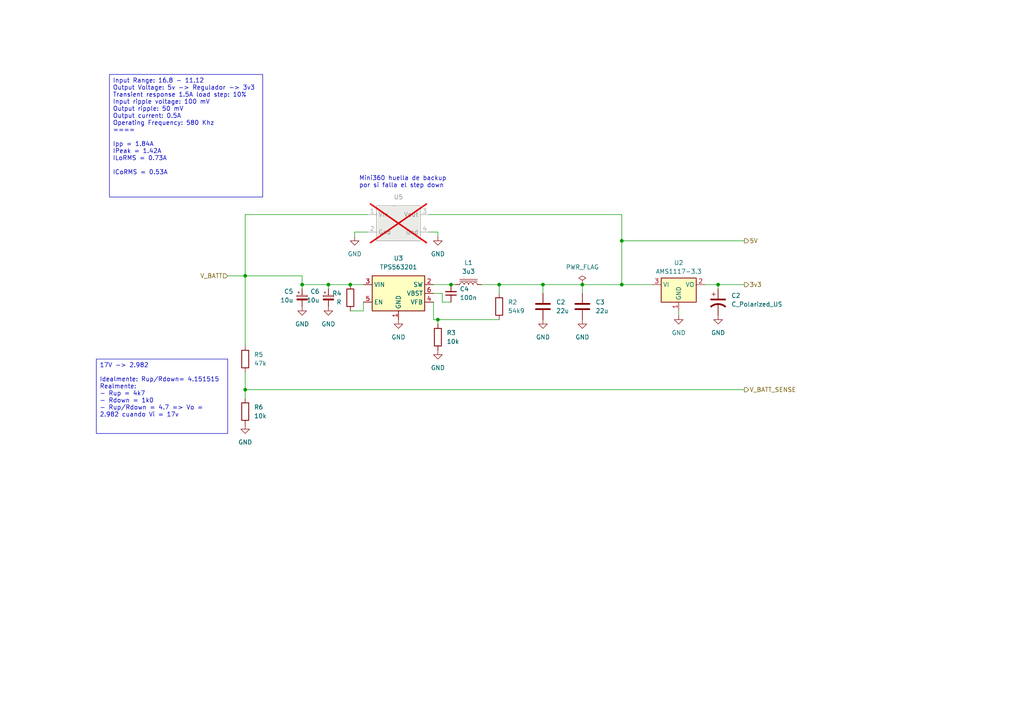
<source format=kicad_sch>
(kicad_sch (version 20230121) (generator eeschema)
  (paper "A4")
  (lib_symbols
    (symbol "Device:C" (pin_numbers hide) (pin_names (offset 0.254))
      (property "Reference" "C" (at 0.635 2.54 0))
      (property "Value" "C" (at 0.635 -2.54 0))
      (symbol "C_0_1"
        (polyline (pts (xy -2.032 -0.762) (xy 2.032 -0.762)) (stroke (width 0.508)))
        (polyline (pts (xy -2.032 0.762) (xy 2.032 0.762)) (stroke (width 0.508)))
      )
      (symbol "C_1_1"
        (pin passive line (at 0 3.81 270) (length 2.794) (name "~") (number "1"))
        (pin passive line (at 0 -3.81 90) (length 2.794) (name "~") (number "2"))
      )
    )
    (symbol "Device:C_Polarized_Small" (pin_numbers hide) (pin_names (offset 0.254) hide)
      (property "Reference" "C" (at 0.254 1.778 0))
      (property "Value" "C_Polarized_Small" (at 0.254 -2.032 0))
      (symbol "C_Polarized_Small_0_1"
        (rectangle (start -1.524 -0.3048) (end 1.524 -0.6858) (fill (type outline)))
        (rectangle (start -1.524 0.6858) (end 1.524 0.3048))
        (polyline (pts (xy -1.27 1.524) (xy -0.762 1.524)))
        (polyline (pts (xy -1.016 1.27) (xy -1.016 1.778)))
      )
      (symbol "C_Polarized_Small_1_1"
        (pin passive line (at 0 2.54 270) (length 1.8542) (name "~") (number "1"))
        (pin passive line (at 0 -2.54 90) (length 1.8542) (name "~") (number "2"))
      )
    )
    (symbol "Device:C_Polarized_US" (pin_numbers hide) (pin_names (offset 0.254) hide)
      (property "Reference" "C" (at 0.635 2.54 0))
      (property "Value" "C_Polarized_US" (at 0.635 -2.54 0))
      (symbol "C_Polarized_US_0_1"
        (polyline (pts (xy -2.032 0.762) (xy 2.032 0.762)) (stroke (width 0.508)))
        (polyline (pts (xy -1.778 2.286) (xy -0.762 2.286)))
        (polyline (pts (xy -1.27 1.778) (xy -1.27 2.794)))
        (arc (start 2.032 -1.27) (mid 0 -0.5572) (end -2.032 -1.27) (stroke (width 0.508)))
      )
      (symbol "C_Polarized_US_1_1"
        (pin passive line (at 0 3.81 270) (length 2.794) (name "~") (number "1"))
        (pin passive line (at 0 -3.81 90) (length 3.302) (name "~") (number "2"))
      )
    )
    (symbol "Device:C_Small" (pin_numbers hide) (pin_names (offset 0.254) hide)
      (property "Reference" "C" (at 0.254 1.778 0))
      (property "Value" "C_Small" (at 0.254 -2.032 0))
      (symbol "C_Small_0_1"
        (polyline (pts (xy -1.524 -0.508) (xy 1.524 -0.508)) (stroke (width 0.3302)))
        (polyline (pts (xy -1.524 0.508) (xy 1.524 0.508)) (stroke (width 0.3048)))
      )
      (symbol "C_Small_1_1"
        (pin passive line (at 0 2.54 270) (length 2.032) (name "~") (number "1"))
        (pin passive line (at 0 -2.54 90) (length 2.032) (name "~") (number "2"))
      )
    )
    (symbol "Device:L_Iron" (pin_numbers hide) (pin_names (offset 1.016) hide)
      (property "Reference" "L" (at -1.27 0 90))
      (property "Value" "L_Iron" (at 2.794 0 90))
      (symbol "L_Iron_0_1"
        (arc (start 0 -2.54) (mid 0.6323 -1.905) (end 0 -1.27))
        (arc (start 0 -1.27) (mid 0.6323 -0.635) (end 0 0))
        (polyline (pts (xy 1.016 2.54) (xy 1.016 -2.54)))
        (polyline (pts (xy 1.524 -2.54) (xy 1.524 2.54)))
        (arc (start 0 0) (mid 0.6323 0.635) (end 0 1.27))
        (arc (start 0 1.27) (mid 0.6323 1.905) (end 0 2.54))
      )
      (symbol "L_Iron_1_1"
        (pin passive line (at 0 3.81 270) (length 1.27) (name "1") (number "1"))
        (pin passive line (at 0 -3.81 90) (length 1.27) (name "2") (number "2"))
      )
    )
    (symbol "Device:R" (pin_numbers hide) (pin_names (offset 0))
      (property "Reference" "R" (at 2.032 0 90))
      (property "Value" "R" (at 0 0 90))
      (symbol "R_0_1"
        (rectangle (start -1.016 -2.54) (end 1.016 2.54) (stroke (width 0.254)))
      )
      (symbol "R_1_1"
        (pin passive line (at 0 3.81 270) (length 1.27) (name "~") (number "1"))
        (pin passive line (at 0 -3.81 90) (length 1.27) (name "~") (number "2"))
      )
    )
    (symbol "Regulator_Linear:AMS1117-3.3"
      (property "Reference" "U" (at -3.81 3.175 0))
      (property "Value" "AMS1117-3.3" (at 0 3.175 0))
      (symbol "AMS1117-3.3_0_1"
        (rectangle (start -5.08 -5.08) (end 5.08 1.905) (stroke (width 0.254)) (fill (type background)))
      )
      (symbol "AMS1117-3.3_1_1"
        (pin power_in line (at 0 -7.62 90) (length 2.54) (name "GND") (number "1"))
        (pin power_out line (at 7.62 0 180) (length 2.54) (name "VO") (number "2"))
        (pin power_in line (at -7.62 0 0) (length 2.54) (name "VI") (number "3"))
      )
    )
    (symbol "Regulator_Switching:TPS563200"
      (property "Reference" "U" (at -7.62 6.35 0))
      (property "Value" "TPS563200" (at -2.54 6.35 0))
      (symbol "TPS563200_0_1"
        (rectangle (start -7.62 5.08) (end 7.62 -5.08) (stroke (width 0.254)) (fill (type background)))
      )
      (symbol "TPS563200_1_1"
        (pin power_in line (at 0 -7.62 90) (length 2.54) (name "GND") (number "1"))
        (pin output line (at 10.16 2.54 180) (length 2.54) (name "SW") (number "2"))
        (pin power_in line (at -10.16 2.54 0) (length 2.54) (name "VIN") (number "3"))
        (pin input line (at 10.16 -2.54 180) (length 2.54) (name "VFB") (number "4"))
        (pin input line (at -10.16 -2.54 0) (length 2.54) (name "EN") (number "5"))
        (pin passive line (at 10.16 0 180) (length 2.54) (name "VBST") (number "6"))
      )
    )
    (symbol "gluonLibrary:Mini360"
      (property "Reference" "U" (at 0 6.35 0))
      (symbol "Mini360_1_1"
        (rectangle (start -6.35 5.08) (end 6.35 -5.08) (fill (type background)))
        (pin input line (at -8.89 2.54 0) (length 2.54) (name "Vin") (number "1"))
        (pin input line (at -8.89 -2.54 0) (length 2.54) (name "Gnd") (number "2"))
        (pin input line (at 8.89 2.54 180) (length 2.54) (name "Vout") (number "3"))
        (pin input line (at 8.89 -2.54 180) (length 2.54) (name "Gnd") (number "4"))
      )
    )
    (symbol "power:GND" (power) (pin_names (offset 0))
      (property "Value" "GND" (at 0 -3.81 0))
      (symbol "GND_0_1"
        (polyline (pts (xy 0 0) (xy 0 -1.27) (xy 1.27 -1.27) (xy 0 -2.54) (xy -1.27 -1.27) (xy 0 -1.27)))
      )
      (symbol "GND_1_1"
        (pin power_in line (at 0 0 270) (length 0) hide (name "GND") (number "1"))
      )
    )
    (symbol "power:PWR_FLAG" (power) (pin_numbers hide) (pin_names (offset 0) hide)
      (property "Value" "PWR_FLAG" (at 0 3.81 0))
      (symbol "PWR_FLAG_0_0"
        (pin power_out line (at 0 0 90) (length 0) (name "pwr") (number "1"))
      )
      (symbol "PWR_FLAG_0_1"
        (polyline (pts (xy 0 0) (xy 0 1.27) (xy -1.016 1.905) (xy 0 2.54) (xy 1.016 1.905) (xy 0 1.27)))
      )
    )
  )
  (junction (at 127 92.71))
  (junction (at 71.12 80.01))
  (junction (at 157.48 82.55))
  (junction (at 130.81 82.55))
  (junction (at 180.34 82.55))
  (junction (at 87.63 82.55))
  (junction (at 168.91 82.55))
  (junction (at 180.34 69.85))
  (junction (at 208.28 82.55))
  (junction (at 144.78 82.55))
  (junction (at 101.6 82.55))
  (junction (at 71.12 113.03))
  (junction (at 95.25 82.55))
  (wire (pts (xy 95.25 82.55) (xy 101.6 82.55)))
  (wire (pts (xy 71.12 80.01) (xy 87.63 80.01)))
  (wire (pts (xy 87.63 82.55) (xy 95.25 82.55)))
  (wire (pts (xy 71.12 80.01) (xy 71.12 100.33)))
  (wire (pts (xy 157.48 82.55) (xy 157.48 85.09)))
  (wire (pts (xy 105.41 90.17) (xy 101.6 90.17)))
  (wire (pts (xy 66.04 80.01) (xy 71.12 80.01)))
  (wire (pts (xy 168.91 82.55) (xy 180.34 82.55)))
  (wire (pts (xy 180.34 69.85) (xy 180.34 82.55)))
  (wire (pts (xy 71.12 113.03) (xy 71.12 115.57)))
  (wire (pts (xy 157.48 82.55) (xy 168.91 82.55)))
  (wire (pts (xy 196.85 90.17) (xy 196.85 91.44)))
  (wire (pts (xy 127 92.71) (xy 127 93.98)))
  (wire (pts (xy 125.73 92.71) (xy 127 92.71)))
  (wire (pts (xy 130.81 82.55) (xy 132.08 82.55)))
  (wire (pts (xy 87.63 80.01) (xy 87.63 82.55)))
  (wire (pts (xy 127 67.31) (xy 127 68.58)))
  (wire (pts (xy 128.27 87.63) (xy 130.81 87.63)))
  (wire (pts (xy 106.68 62.23) (xy 71.12 62.23)))
  (wire (pts (xy 105.41 87.63) (xy 105.41 90.17)))
  (wire (pts (xy 87.63 83.82) (xy 87.63 82.55)))
  (wire (pts (xy 139.7 82.55) (xy 144.78 82.55)))
  (wire (pts (xy 168.91 82.55) (xy 168.91 85.09)))
  (wire (pts (xy 144.78 82.55) (xy 157.48 82.55)))
  (wire (pts (xy 128.27 85.09) (xy 128.27 87.63)))
  (wire (pts (xy 125.73 87.63) (xy 125.73 92.71)))
  (wire (pts (xy 124.46 67.31) (xy 127 67.31)))
  (wire (pts (xy 180.34 82.55) (xy 189.23 82.55)))
  (wire (pts (xy 208.28 82.55) (xy 215.9 82.55)))
  (wire (pts (xy 204.47 82.55) (xy 208.28 82.55)))
  (wire (pts (xy 144.78 85.09) (xy 144.78 82.55)))
  (wire (pts (xy 101.6 82.55) (xy 105.41 82.55)))
  (wire (pts (xy 71.12 107.95) (xy 71.12 113.03)))
  (wire (pts (xy 95.25 82.55) (xy 95.25 83.82)))
  (wire (pts (xy 71.12 62.23) (xy 71.12 80.01)))
  (wire (pts (xy 208.28 83.82) (xy 208.28 82.55)))
  (wire (pts (xy 125.73 82.55) (xy 130.81 82.55)))
  (wire (pts (xy 125.73 85.09) (xy 128.27 85.09)))
  (wire (pts (xy 127 92.71) (xy 144.78 92.71)))
  (wire (pts (xy 102.87 67.31) (xy 102.87 68.58)))
  (wire (pts (xy 71.12 113.03) (xy 215.9 113.03)))
  (wire (pts (xy 180.34 69.85) (xy 215.9 69.85)))
  (wire (pts (xy 106.68 67.31) (xy 102.87 67.31)))
  (wire (pts (xy 124.46 62.23) (xy 180.34 62.23)))
  (wire (pts (xy 180.34 62.23) (xy 180.34 69.85)))
  (text_box "17V -> 2.982\n\nIdealmente: Rup/Rdown= 4.151515\nRealmente: \n- Rup = 4k7\n- Rdown = 1k0\n- Rup/Rdown = 4.7 => Vo = 2.982 cuando Vi = 17v\n" (at 27.94 104.14 0) (size 38.1 21.59) (effects (font (size 1.27 1.27)) (justify left top)))
  (text_box "Input Range: 16.8 - 11.12\nOutput Voltage: 5v -> Regulador -> 3v3\nTransient response 1.5A load step: 10%\nInput ripple voltage: 100 mV\nOutput ripple: 50 mV\nOutput current: 0.5A\nOperating Frequency: 580 Khz\n====\n\nIpp = 1.84A\nIPeak = 1.42A\nILoRMS = 0.73A\n\nICoRMS = 0.53A\n" (at 31.75 21.59 0) (size 44.45 35.56) (effects (font (size 1.27 1.27)) (justify left top)))
  (text "Mini360 huella de backup \npor si falla el step down\n" (at 104.14 54.61 0) (effects (font (size 1.27 1.27)) (justify left bottom)))
  (hierarchical_label "3v3" (shape output) (at 215.9 82.55 0))
  (hierarchical_label "5V" (shape output) (at 215.9 69.85 0))
  (hierarchical_label "V_BATT" (shape input) (at 66.04 80.01 180))
  (hierarchical_label "V_BATT_SENSE" (shape output) (at 215.9 113.03 0))
  (symbol (lib_id "power:GND") (at 157.48 92.71 0) (unit 1)
    (property "Reference" "#PWR08" (effects hide))
    (property "Value" "GND" (at 157.48 97.79 0))
  )
  (symbol (lib_id "power:GND") (at 95.25 88.9 0) (unit 1)
    (property "Reference" "#PWR012" (effects hide))
    (property "Value" "GND" (at 95.25 93.98 0))
  )
  (symbol (lib_id "Device:C_Polarized_US") (at 208.28 87.63 0) (unit 1)
    (property "Reference" "C2" (at 212.09 85.725 0) (effects (justify left)))
    (property "Value" "C_Polarized_US" (at 212.09 88.265 0) (effects (justify left)))
    (property "Footprint" "Capacitor_SMD:CP_Elec_4x5.3" (effects hide))
    (instances (project "MiniSumoPCB" (path "" (reference "C2") (unit 1))) (project "LineFollower" (path "" (reference "C8") (unit 1))))
  )
  (symbol (lib_id "Regulator_Switching:TPS563200") (at 115.57 85.09 0) (unit 1)
    (property "Reference" "U3" (at 115.57 74.93 0))
    (property "Value" "TPS563201" (at 115.57 77.47 0))
    (property "Footprint" "Package_TO_SOT_SMD:SOT-23-6" (effects hide))
    (property "Datasheet" "http://www.ti.com/lit/ds/symlink/tps563200.pdf" (effects hide))
  )
  (symbol (lib_id "power:GND") (at 127 101.6 0) (unit 1)
    (property "Reference" "#PWR011" (effects hide))
    (property "Value" "GND" (at 127 106.68 0))
  )
  (symbol (lib_id "power:PWR_FLAG") (at 168.91 82.55 0) (unit 1)
    (property "Reference" "#FLG03" (effects hide))
    (property "Value" "PWR_FLAG" (at 168.91 77.47 0))
    (instances (project "MiniSumoPCB" (path "" (reference "#FLG03") (unit 1))) (project "LineFollower" (path "" (reference "#FLG01") (unit 1))))
  )
  (symbol (lib_id "Device:R") (at 144.78 88.9 180) (unit 1)
    (property "Reference" "R2" (at 147.32 87.63 0) (effects (justify right)))
    (property "Value" "54k9" (at 147.32 90.17 0) (effects (justify right)))
  )
  (symbol (lib_id "power:GND") (at 168.91 92.71 0) (unit 1)
    (property "Reference" "#PWR09" (effects hide))
    (property "Value" "GND" (at 168.91 97.79 0))
  )
  (symbol (lib_id "Device:C") (at 168.91 88.9 0) (unit 1)
    (property "Reference" "C3" (at 172.72 87.63 0) (effects (justify left)))
    (property "Value" "22u" (at 172.72 90.17 0) (effects (justify left)))
  )
  (symbol (lib_id "power:GND") (at 102.87 68.58 0) (unit 1)
    (property "Reference" "#PWR019" (effects hide))
    (property "Value" "GND" (at 102.87 73.66 0))
  )
  (symbol (lib_id "Device:R") (at 127 97.79 0) (unit 1)
    (property "Reference" "R3" (at 129.54 96.52 0) (effects (justify left)))
    (property "Value" "10k" (at 129.54 99.06 0) (effects (justify left)))
  )
  (symbol (lib_id "Regulator_Linear:AMS1117-3.3") (at 196.85 82.55 0) (unit 1)
    (property "Reference" "U2" (at 196.85 76.2 0))
    (property "Value" "AMS1117-3.3" (at 196.85 78.74 0))
    (property "Footprint" "Package_TO_SOT_SMD:SOT-223-3_TabPin2" (effects hide))
    (property "Datasheet" "http://www.advanced-monolithic.com/pdf/ds1117.pdf" (effects hide))
    (instances (project "MiniSumoPCB" (path "" (reference "U2") (unit 1))) (project "LineFollower" (path "" (reference "U4") (unit 1))))
  )
  (symbol (lib_id "Device:C_Polarized_Small") (at 87.63 86.36 0) (unit 1)
    (property "Reference" "C5" (at 85.09 84.5439 0) (effects (justify right)))
    (property "Value" "10u" (at 85.09 87.0839 0) (effects (justify right)))
  )
  (symbol (lib_id "power:GND") (at 115.57 92.71 0) (unit 1)
    (property "Reference" "#PWR010" (effects hide))
    (property "Value" "GND" (at 115.57 97.79 0))
  )
  (symbol (lib_id "Device:L_Iron") (at 135.89 82.55 90) (unit 1)
    (property "Reference" "L1" (at 135.89 76.2 90))
    (property "Value" "3u3" (at 135.89 78.74 90))
  )
  (symbol (lib_id "power:GND") (at 71.12 123.19 0) (unit 1)
    (property "Reference" "#PWR015" (effects hide))
    (property "Value" "GND" (at 71.12 128.27 0))
  )
  (symbol (lib_id "power:GND") (at 87.63 88.9 0) (unit 1)
    (property "Reference" "#PWR013" (effects hide))
    (property "Value" "GND" (at 87.63 93.98 0))
  )
  (symbol (lib_id "Device:C_Small") (at 130.81 85.09 180) (unit 1)
    (property "Reference" "C4" (at 133.35 83.8136 0) (effects (justify right)))
    (property "Value" "100n" (at 133.35 86.3536 0) (effects (justify right)))
  )
  (symbol (lib_id "Device:C_Polarized_Small") (at 95.25 86.36 0) (unit 1)
    (property "Reference" "C6" (at 92.71 84.5439 0) (effects (justify right)))
    (property "Value" "10u" (at 92.71 87.0839 0) (effects (justify right)))
  )
  (symbol (lib_id "power:GND") (at 208.28 91.44 0) (unit 1)
    (property "Reference" "#PWR018" (effects hide))
    (property "Value" "GND" (at 208.28 96.52 0))
    (instances (project "MiniSumoPCB" (path "" (reference "#PWR018") (unit 1))) (project "SolarScavenger" (path "" (reference "#PWR020") (unit 1))) (project "LineFollower" (path "" (reference "#PWR017") (unit 1))))
  )
  (symbol (lib_id "power:GND") (at 127 68.58 0) (unit 1)
    (property "Reference" "#PWR020" (effects hide))
    (property "Value" "GND" (at 127 73.66 0))
  )
  (symbol (lib_id "gluonLibrary:Mini360") (at 115.57 64.77 0) (unit 1) (dnp yes)
    (property "Reference" "U5" (at 115.57 57.15 0))
    (property "Value" "~" (at 114.3 59.69 0))
  )
  (symbol (lib_id "Device:R") (at 71.12 104.14 0) (unit 1)
    (property "Reference" "R5" (at 73.66 102.87 0) (effects (justify left)))
    (property "Value" "47k" (at 73.66 105.41 0) (effects (justify left)))
  )
  (symbol (lib_id "Device:R") (at 101.6 86.36 180) (unit 1)
    (property "Reference" "R4" (at 99.06 85.09 0) (effects (justify left)))
    (property "Value" "R" (at 99.06 87.63 0) (effects (justify left)))
  )
  (symbol (lib_id "power:GND") (at 196.85 91.44 0) (unit 1)
    (property "Reference" "#PWR011" (effects hide))
    (property "Value" "GND" (at 196.85 96.52 0))
    (instances (project "MiniSumoPCB" (path "" (reference "#PWR011") (unit 1))) (project "SolarScavenger" (path "" (reference "#PWR020") (unit 1))) (project "LineFollower" (path "" (reference "#PWR016") (unit 1))))
  )
  (symbol (lib_id "Device:R") (at 71.12 119.38 0) (unit 1)
    (property "Reference" "R6" (at 73.66 118.11 0) (effects (justify left)))
    (property "Value" "10k" (at 73.66 120.65 0) (effects (justify left)))
  )
  (symbol (lib_id "Device:C") (at 157.48 88.9 0) (unit 1)
    (property "Reference" "C2" (at 161.29 87.63 0) (effects (justify left)))
    (property "Value" "22u" (at 161.29 90.17 0) (effects (justify left)))
  )
)
</source>
